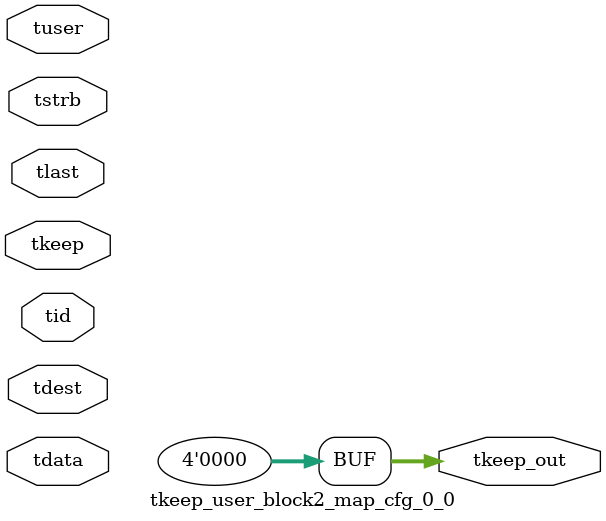
<source format=v>


`timescale 1ps/1ps

module tkeep_user_block2_map_cfg_0_0 #
(
parameter C_S_AXIS_TDATA_WIDTH = 32,
parameter C_S_AXIS_TUSER_WIDTH = 0,
parameter C_S_AXIS_TID_WIDTH   = 0,
parameter C_S_AXIS_TDEST_WIDTH = 0,
parameter C_M_AXIS_TDATA_WIDTH = 32
)
(
input  [(C_S_AXIS_TDATA_WIDTH == 0 ? 1 : C_S_AXIS_TDATA_WIDTH)-1:0     ] tdata,
input  [(C_S_AXIS_TUSER_WIDTH == 0 ? 1 : C_S_AXIS_TUSER_WIDTH)-1:0     ] tuser,
input  [(C_S_AXIS_TID_WIDTH   == 0 ? 1 : C_S_AXIS_TID_WIDTH)-1:0       ] tid,
input  [(C_S_AXIS_TDEST_WIDTH == 0 ? 1 : C_S_AXIS_TDEST_WIDTH)-1:0     ] tdest,
input  [(C_S_AXIS_TDATA_WIDTH/8)-1:0 ] tkeep,
input  [(C_S_AXIS_TDATA_WIDTH/8)-1:0 ] tstrb,
input                                                                    tlast,
output [(C_M_AXIS_TDATA_WIDTH/8)-1:0 ] tkeep_out
);

assign tkeep_out = {1'b0};

endmodule


</source>
